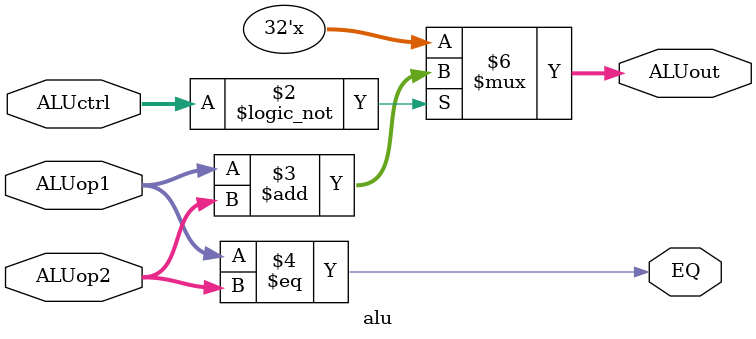
<source format=sv>
module alu(
    input logic [31:0] ALUop1,
    input logic [31:0] ALUop2,
    input logic [2:0] ALUctrl,
    output logic [31:0] ALUout,
    output logic EQ
);

always_comb
begin
   if(ALUctrl== 3'b000)
        ALUout = ALUop1 + ALUop2;
    EQ = (ALUop1 == ALUop2);
end

endmodule
</source>
